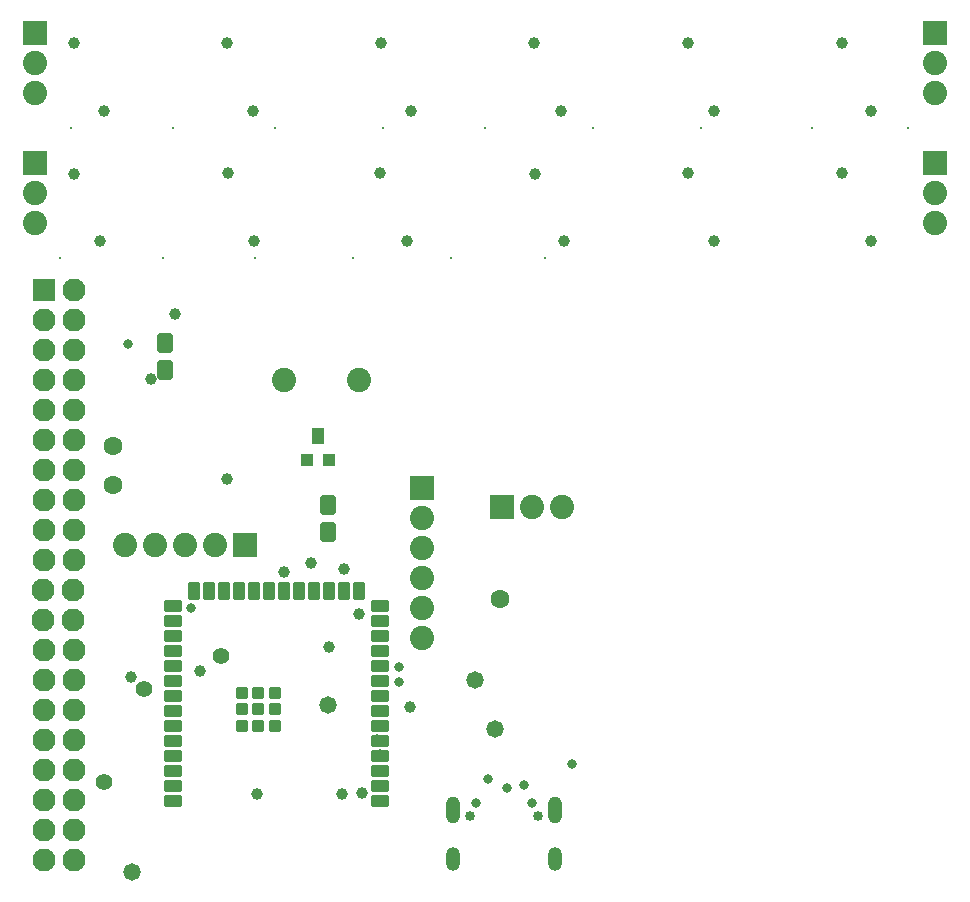
<source format=gbr>
%TF.GenerationSoftware,Altium Limited,Altium Designer,24.0.1 (36)*%
G04 Layer_Color=16711935*
%FSLAX45Y45*%
%MOMM*%
%TF.SameCoordinates,E2561F4A-6B88-4173-B20F-5EBD6E3589F9*%
%TF.FilePolarity,Negative*%
%TF.FileFunction,Soldermask,Bot*%
%TF.Part,Single*%
G01*
G75*
%TA.AperFunction,SMDPad,CuDef*%
G04:AMPARAMS|DCode=58|XSize=1.624mm|YSize=1.37mm|CornerRadius=0.14525mm|HoleSize=0mm|Usage=FLASHONLY|Rotation=270.000|XOffset=0mm|YOffset=0mm|HoleType=Round|Shape=RoundedRectangle|*
%AMROUNDEDRECTD58*
21,1,1.62400,1.07950,0,0,270.0*
21,1,1.33350,1.37000,0,0,270.0*
1,1,0.29050,-0.53975,-0.66675*
1,1,0.29050,-0.53975,0.66675*
1,1,0.29050,0.53975,0.66675*
1,1,0.29050,0.53975,-0.66675*
%
%ADD58ROUNDEDRECTD58*%
%TA.AperFunction,ComponentPad*%
%ADD68C,2.05320*%
%ADD69R,2.05320X2.05320*%
%ADD70R,2.05320X2.05320*%
%TA.AperFunction,WasherPad*%
%ADD71C,0.20320*%
%TA.AperFunction,ComponentPad*%
%ADD72C,1.95321*%
%ADD73R,1.95321X1.95321*%
%ADD74C,0.85320*%
%ADD75O,1.20320X2.30320*%
%ADD76O,1.20320X2.00320*%
%TA.AperFunction,ViaPad*%
%ADD77C,1.60320*%
%ADD78C,1.00320*%
%ADD79C,1.47320*%
%ADD80C,0.80320*%
%ADD81C,1.40320*%
%ADD82C,1.05320*%
%TA.AperFunction,SMDPad,CuDef*%
G04:AMPARAMS|DCode=83|XSize=1mm|YSize=1.6mm|CornerRadius=0.1175mm|HoleSize=0mm|Usage=FLASHONLY|Rotation=0.000|XOffset=0mm|YOffset=0mm|HoleType=Round|Shape=RoundedRectangle|*
%AMROUNDEDRECTD83*
21,1,1.00000,1.36500,0,0,0.0*
21,1,0.76500,1.60000,0,0,0.0*
1,1,0.23500,0.38250,-0.68250*
1,1,0.23500,-0.38250,-0.68250*
1,1,0.23500,-0.38250,0.68250*
1,1,0.23500,0.38250,0.68250*
%
%ADD83ROUNDEDRECTD83*%
G04:AMPARAMS|DCode=84|XSize=1.6mm|YSize=1mm|CornerRadius=0.1175mm|HoleSize=0mm|Usage=FLASHONLY|Rotation=0.000|XOffset=0mm|YOffset=0mm|HoleType=Round|Shape=RoundedRectangle|*
%AMROUNDEDRECTD84*
21,1,1.60000,0.76500,0,0,0.0*
21,1,1.36500,1.00000,0,0,0.0*
1,1,0.23500,0.68250,-0.38250*
1,1,0.23500,-0.68250,-0.38250*
1,1,0.23500,-0.68250,0.38250*
1,1,0.23500,0.68250,0.38250*
%
%ADD84ROUNDEDRECTD84*%
G04:AMPARAMS|DCode=85|XSize=1mm|YSize=1mm|CornerRadius=0.1175mm|HoleSize=0mm|Usage=FLASHONLY|Rotation=0.000|XOffset=0mm|YOffset=0mm|HoleType=Round|Shape=RoundedRectangle|*
%AMROUNDEDRECTD85*
21,1,1.00000,0.76500,0,0,0.0*
21,1,0.76500,1.00000,0,0,0.0*
1,1,0.23500,0.38250,-0.38250*
1,1,0.23500,-0.38250,-0.38250*
1,1,0.23500,-0.38250,0.38250*
1,1,0.23500,0.38250,0.38250*
%
%ADD85ROUNDEDRECTD85*%
%ADD86R,1.11760X1.11760*%
%ADD87R,1.11760X1.47320*%
D58*
X1280000Y4630000D02*
D03*
Y4401400D02*
D03*
X2660000Y3031400D02*
D03*
Y3260000D02*
D03*
D68*
X3454400Y2133600D02*
D03*
Y2387600D02*
D03*
Y3149600D02*
D03*
Y2895600D02*
D03*
Y2641600D02*
D03*
X939800Y2921000D02*
D03*
X1701800D02*
D03*
X1447800D02*
D03*
X1193800D02*
D03*
X4390000Y3240000D02*
D03*
X4644000D02*
D03*
X2282500Y4320000D02*
D03*
X2917500D02*
D03*
X180000Y6746000D02*
D03*
Y7000000D02*
D03*
X7800000Y6746000D02*
D03*
Y7000000D02*
D03*
X180000Y5646000D02*
D03*
Y5900000D02*
D03*
X7800000Y5646000D02*
D03*
Y5900000D02*
D03*
D69*
X3454400Y3403600D02*
D03*
X7800000Y6154000D02*
D03*
X180000D02*
D03*
Y7254000D02*
D03*
X7800000D02*
D03*
D70*
X1955800Y2921000D02*
D03*
X4136000Y3240000D02*
D03*
D71*
X4500000Y5350000D02*
D03*
X3700000D02*
D03*
X2870000D02*
D03*
X2040000D02*
D03*
X1260000D02*
D03*
X390000D02*
D03*
X7569200Y6451600D02*
D03*
X6756400D02*
D03*
X5816600D02*
D03*
X4902200D02*
D03*
X3987800D02*
D03*
X3124200D02*
D03*
X2209800D02*
D03*
X1346200D02*
D03*
X482600D02*
D03*
D72*
X506000Y2794000D02*
D03*
X252000D02*
D03*
X506000Y3048000D02*
D03*
X252000D02*
D03*
X506000Y3302000D02*
D03*
X252000D02*
D03*
X506000Y3556000D02*
D03*
X252000D02*
D03*
X506000Y3810000D02*
D03*
X252000D02*
D03*
X506000Y4064000D02*
D03*
X252000D02*
D03*
X506000Y4318000D02*
D03*
X252000D02*
D03*
X506000Y4572000D02*
D03*
X252000D02*
D03*
X506000Y4826000D02*
D03*
X252000D02*
D03*
X506000Y5080000D02*
D03*
X242840Y2537415D02*
D03*
X496840D02*
D03*
X242840Y2283415D02*
D03*
X496840D02*
D03*
X252000Y2032000D02*
D03*
X506000D02*
D03*
X252000Y1778000D02*
D03*
X506000D02*
D03*
X252000Y1524000D02*
D03*
X506000D02*
D03*
X252000Y1270000D02*
D03*
X506000D02*
D03*
X252000Y1016000D02*
D03*
X506000D02*
D03*
X252000Y762000D02*
D03*
X506000D02*
D03*
X252000Y508000D02*
D03*
X506000D02*
D03*
X252000Y254000D02*
D03*
X506000D02*
D03*
D73*
X252000Y5080000D02*
D03*
D74*
X3861000Y628000D02*
D03*
X4439000D02*
D03*
D75*
X4582000Y678000D02*
D03*
X3718000D02*
D03*
D76*
X4582000Y260000D02*
D03*
X3718000D02*
D03*
D77*
X838200Y3429000D02*
D03*
Y3759200D02*
D03*
X4114800Y2463800D02*
D03*
D78*
X2921000Y2336800D02*
D03*
X2667000Y2057400D02*
D03*
X3073400Y1270000D02*
D03*
X3352800Y1549400D02*
D03*
X3098800Y1143000D02*
D03*
X2514600Y2768600D02*
D03*
X2791500Y2715300D02*
D03*
X2156500Y2534000D02*
D03*
X2032000Y2540000D02*
D03*
X1902500Y2534000D02*
D03*
X2286000Y2692400D02*
D03*
X1160000Y4330000D02*
D03*
X730150Y5500000D02*
D03*
X510000Y6060000D02*
D03*
X2030150Y5500000D02*
D03*
X1810000Y6070000D02*
D03*
X3330000Y5500000D02*
D03*
X3100000Y6070000D02*
D03*
X4660300Y5500000D02*
D03*
X4410000Y6060000D02*
D03*
X5930150Y5500000D02*
D03*
X5710000Y6070000D02*
D03*
X7260300Y5500000D02*
D03*
X7010000Y6070000D02*
D03*
X7260300Y6600000D02*
D03*
X7010000Y7170000D02*
D03*
X5930000Y6600000D02*
D03*
X5710000Y7170000D02*
D03*
X4630150Y6600000D02*
D03*
X4400000Y7170000D02*
D03*
X3360300Y6600000D02*
D03*
X3110000Y7170000D02*
D03*
X1805000Y7170000D02*
D03*
X2020000Y6600000D02*
D03*
X505000Y7170000D02*
D03*
X760300Y6600000D02*
D03*
X2950000Y820000D02*
D03*
X2780000Y810000D02*
D03*
X2057400Y812800D02*
D03*
X990600Y1803400D02*
D03*
X1574800Y1854200D02*
D03*
X1363200Y4873980D02*
D03*
X1345000Y885000D02*
D03*
Y2409000D02*
D03*
Y2282000D02*
D03*
X1803400Y3479800D02*
D03*
X2537500Y2534000D02*
D03*
X1345000Y2028000D02*
D03*
Y1647000D02*
D03*
D79*
X1000000Y155000D02*
D03*
X3901000Y1777536D02*
D03*
X4070000Y1360000D02*
D03*
X2660000Y1570000D02*
D03*
D80*
X3260000Y1760000D02*
D03*
Y1890000D02*
D03*
X1498600Y2387600D02*
D03*
X965200Y4622800D02*
D03*
X1345000Y1012000D02*
D03*
X4013200Y939800D02*
D03*
X4724400Y1066800D02*
D03*
X4315000Y889000D02*
D03*
X4390000Y735500D02*
D03*
X3910000Y736600D02*
D03*
X4170700Y863600D02*
D03*
D81*
X1100000Y1700000D02*
D03*
X1752600Y1981200D02*
D03*
X762000Y914400D02*
D03*
D82*
X1345000Y1139000D02*
D03*
D83*
X2918500Y2534000D02*
D03*
X2791500D02*
D03*
X2664500D02*
D03*
X2537500D02*
D03*
X2410500D02*
D03*
X2283500D02*
D03*
X2156500D02*
D03*
X2029500D02*
D03*
X1902500D02*
D03*
X1775500D02*
D03*
X1648500D02*
D03*
X1521500D02*
D03*
D84*
X3095000Y758000D02*
D03*
Y885000D02*
D03*
Y1012000D02*
D03*
Y1139000D02*
D03*
Y1266000D02*
D03*
Y1393000D02*
D03*
Y1520000D02*
D03*
Y1647000D02*
D03*
Y1774000D02*
D03*
Y1901000D02*
D03*
Y2028000D02*
D03*
Y2155000D02*
D03*
Y2282000D02*
D03*
Y2409000D02*
D03*
X1345000D02*
D03*
Y2282000D02*
D03*
Y2155000D02*
D03*
Y2028000D02*
D03*
Y1901000D02*
D03*
Y1774000D02*
D03*
Y1647000D02*
D03*
Y1520000D02*
D03*
Y1393000D02*
D03*
Y1266000D02*
D03*
Y1139000D02*
D03*
Y1012000D02*
D03*
Y885000D02*
D03*
Y758000D02*
D03*
D85*
X2210000Y1390000D02*
D03*
X2070000D02*
D03*
X1930000D02*
D03*
X2210000Y1670000D02*
D03*
X2070000D02*
D03*
X1930000D02*
D03*
X2210000Y1530000D02*
D03*
X1930000D02*
D03*
X2070000D02*
D03*
D86*
X2670000Y3640000D02*
D03*
X2479500D02*
D03*
D87*
X2573480Y3843200D02*
D03*
%TF.MD5,d7d47576b640cc464a22a94d54844e2a*%
M02*

</source>
